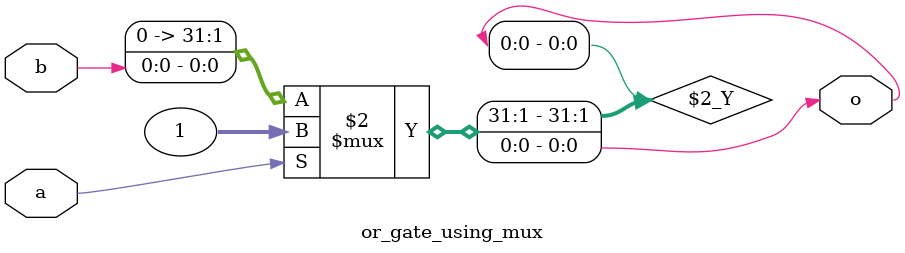
<source format=sv>

module mux
(
  input  d0, d1,
  input  sel,
  output y
);

  assign y = sel ? d1 : d0;

endmodule

//----------------------------------------------------------------------------
// Task
//----------------------------------------------------------------------------

module or_gate_using_mux
(
    input  a,
    input  b,
    output o
);

  // Task:

  // Implement or gate using instance(s) of mux,
  // constants 0 and 1, and wire connections
  assign o = a ? 1 : b;

endmodule
</source>
